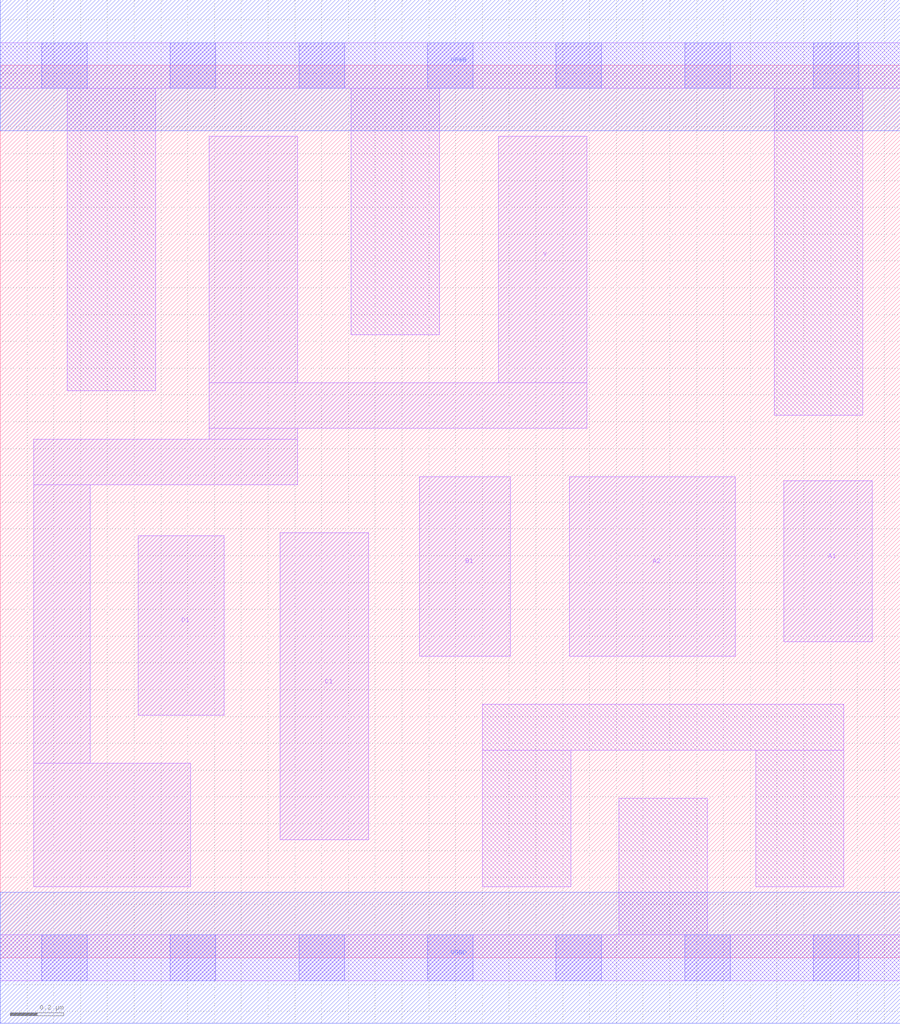
<source format=lef>
# Copyright 2020 The SkyWater PDK Authors
#
# Licensed under the Apache License, Version 2.0 (the "License");
# you may not use this file except in compliance with the License.
# You may obtain a copy of the License at
#
#     https://www.apache.org/licenses/LICENSE-2.0
#
# Unless required by applicable law or agreed to in writing, software
# distributed under the License is distributed on an "AS IS" BASIS,
# WITHOUT WARRANTIES OR CONDITIONS OF ANY KIND, either express or implied.
# See the License for the specific language governing permissions and
# limitations under the License.
#
# SPDX-License-Identifier: Apache-2.0

VERSION 5.7 ;
  NAMESCASESENSITIVE ON ;
  NOWIREEXTENSIONATPIN ON ;
  DIVIDERCHAR "/" ;
  BUSBITCHARS "[]" ;
UNITS
  DATABASE MICRONS 200 ;
END UNITS
MACRO sky130_fd_sc_lp__o2111ai_lp
  CLASS CORE ;
  SOURCE USER ;
  FOREIGN sky130_fd_sc_lp__o2111ai_lp ;
  ORIGIN  0.000000  0.000000 ;
  SIZE  3.360000 BY  3.330000 ;
  SYMMETRY X Y R90 ;
  SITE unit ;
  PIN A1
    ANTENNAGATEAREA  0.313000 ;
    DIRECTION INPUT ;
    USE SIGNAL ;
    PORT
      LAYER li1 ;
        RECT 2.925000 1.180000 3.255000 1.780000 ;
    END
  END A1
  PIN A2
    ANTENNAGATEAREA  0.313000 ;
    DIRECTION INPUT ;
    USE SIGNAL ;
    PORT
      LAYER li1 ;
        RECT 2.125000 1.125000 2.745000 1.795000 ;
    END
  END A2
  PIN B1
    ANTENNAGATEAREA  0.313000 ;
    DIRECTION INPUT ;
    USE SIGNAL ;
    PORT
      LAYER li1 ;
        RECT 1.565000 1.125000 1.905000 1.795000 ;
    END
  END B1
  PIN C1
    ANTENNAGATEAREA  0.313000 ;
    DIRECTION INPUT ;
    USE SIGNAL ;
    PORT
      LAYER li1 ;
        RECT 1.045000 0.440000 1.375000 1.585000 ;
    END
  END C1
  PIN D1
    ANTENNAGATEAREA  0.313000 ;
    DIRECTION INPUT ;
    USE SIGNAL ;
    PORT
      LAYER li1 ;
        RECT 0.515000 0.905000 0.835000 1.575000 ;
    END
  END D1
  PIN Y
    ANTENNADIFFAREA  0.679700 ;
    DIRECTION OUTPUT ;
    USE SIGNAL ;
    PORT
      LAYER li1 ;
        RECT 0.125000 0.265000 0.710000 0.725000 ;
        RECT 0.125000 0.725000 0.335000 1.765000 ;
        RECT 0.125000 1.765000 1.110000 1.935000 ;
        RECT 0.780000 1.935000 1.110000 1.975000 ;
        RECT 0.780000 1.975000 2.190000 2.145000 ;
        RECT 0.780000 2.145000 1.110000 3.065000 ;
        RECT 1.860000 2.145000 2.190000 3.065000 ;
    END
  END Y
  PIN VGND
    DIRECTION INOUT ;
    USE GROUND ;
    PORT
      LAYER met1 ;
        RECT 0.000000 -0.245000 3.360000 0.245000 ;
    END
  END VGND
  PIN VPWR
    DIRECTION INOUT ;
    USE POWER ;
    PORT
      LAYER met1 ;
        RECT 0.000000 3.085000 3.360000 3.575000 ;
    END
  END VPWR
  OBS
    LAYER li1 ;
      RECT 0.000000 -0.085000 3.360000 0.085000 ;
      RECT 0.000000  3.245000 3.360000 3.415000 ;
      RECT 0.250000  2.115000 0.580000 3.245000 ;
      RECT 1.310000  2.325000 1.640000 3.245000 ;
      RECT 1.800000  0.265000 2.130000 0.775000 ;
      RECT 1.800000  0.775000 3.150000 0.945000 ;
      RECT 2.310000  0.085000 2.640000 0.595000 ;
      RECT 2.820000  0.265000 3.150000 0.775000 ;
      RECT 2.890000  2.025000 3.220000 3.245000 ;
    LAYER mcon ;
      RECT 0.155000 -0.085000 0.325000 0.085000 ;
      RECT 0.155000  3.245000 0.325000 3.415000 ;
      RECT 0.635000 -0.085000 0.805000 0.085000 ;
      RECT 0.635000  3.245000 0.805000 3.415000 ;
      RECT 1.115000 -0.085000 1.285000 0.085000 ;
      RECT 1.115000  3.245000 1.285000 3.415000 ;
      RECT 1.595000 -0.085000 1.765000 0.085000 ;
      RECT 1.595000  3.245000 1.765000 3.415000 ;
      RECT 2.075000 -0.085000 2.245000 0.085000 ;
      RECT 2.075000  3.245000 2.245000 3.415000 ;
      RECT 2.555000 -0.085000 2.725000 0.085000 ;
      RECT 2.555000  3.245000 2.725000 3.415000 ;
      RECT 3.035000 -0.085000 3.205000 0.085000 ;
      RECT 3.035000  3.245000 3.205000 3.415000 ;
  END
END sky130_fd_sc_lp__o2111ai_lp

</source>
